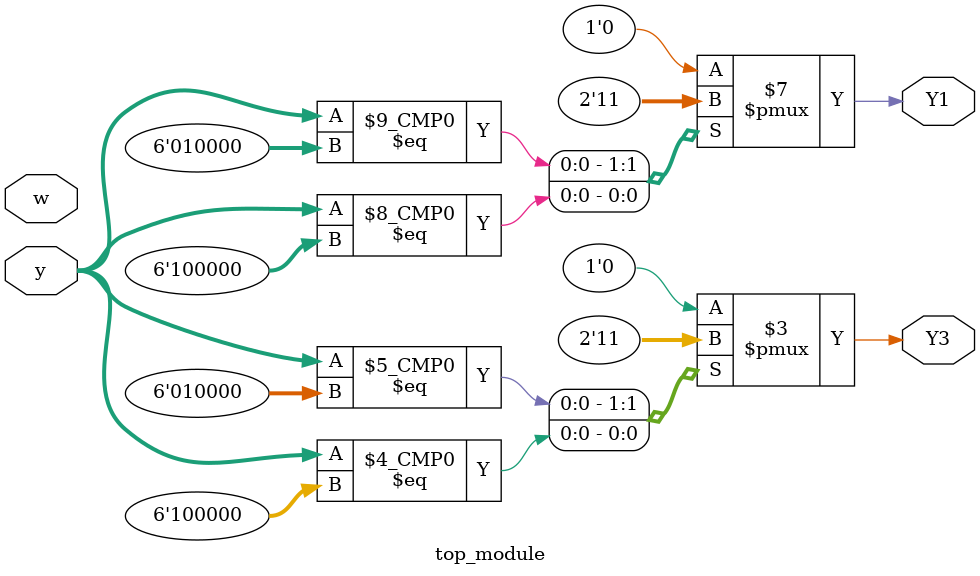
<source format=sv>
module top_module (
  input [5:0] y,
  input w,
  output reg Y1,
  output reg Y3
);

  always @(y) begin
    case (y)
      6'b000001: begin  // State A
        Y1 <= 1'b0;
        Y3 <= 1'b0;
      end
      
      6'b000010: begin  // State B
        Y1 <= 1'b0;
        Y3 <= 1'b0;
      end
      
      6'b000100: begin  // State C
        Y1 <= 1'b0;
        Y3 <= 1'b0;
      end
      
      6'b001000: begin  // State D
        Y1 <= 1'b0;
        Y3 <= 1'b0;
      end
      
      6'b010000: begin  // State E
        Y1 <= 1'b1;
        Y3 <= 1'b1;
      end
      
      6'b100000: begin  // State F
        Y1 <= 1'b1;
        Y3 <= 1'b1;
      end
      
      default: begin
        Y1 <= 1'b0;
        Y3 <= 1'b0;
      end
    endcase
  end

endmodule

</source>
